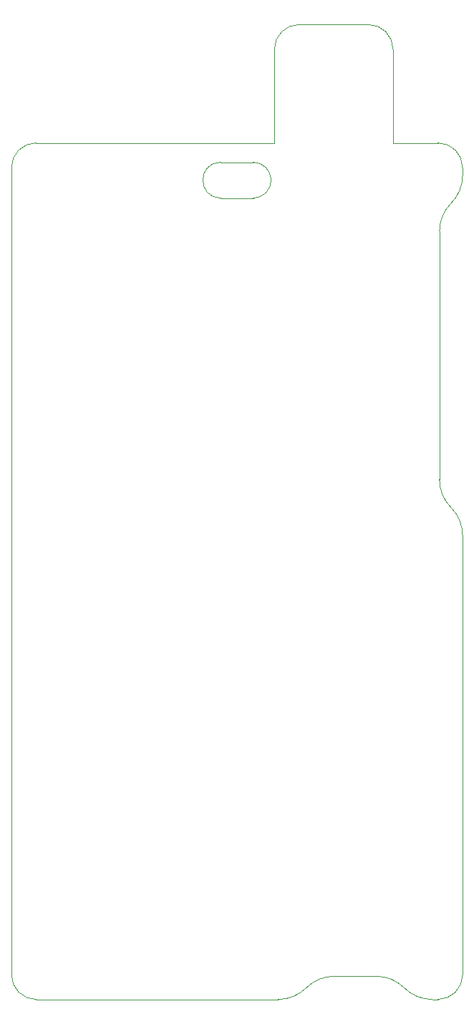
<source format=gbr>
%TF.GenerationSoftware,KiCad,Pcbnew,5.1.12-84ad8e8a86~92~ubuntu18.04.1*%
%TF.CreationDate,2022-01-12T14:22:02-05:00*%
%TF.ProjectId,remote,72656d6f-7465-42e6-9b69-6361645f7063,rev?*%
%TF.SameCoordinates,Original*%
%TF.FileFunction,Profile,NP*%
%FSLAX46Y46*%
G04 Gerber Fmt 4.6, Leading zero omitted, Abs format (unit mm)*
G04 Created by KiCad (PCBNEW 5.1.12-84ad8e8a86~92~ubuntu18.04.1) date 2022-01-12 14:22:02*
%MOMM*%
%LPD*%
G01*
G04 APERTURE LIST*
%TA.AperFunction,Profile*%
%ADD10C,0.050000*%
%TD*%
G04 APERTURE END LIST*
D10*
X125215000Y-62836376D02*
X125215000Y-63773256D01*
X125215000Y-62835000D02*
X125215000Y-62836376D01*
X121613280Y-161195336D02*
X122303624Y-161195336D01*
X110033704Y-158460040D02*
X115011536Y-158460040D01*
X118312408Y-159827688D02*
G75*
G03*
X115011536Y-158460040I-3301795J-3301795D01*
G01*
X118312408Y-159827688D02*
G75*
G03*
X121613280Y-161195336I3301795J3301795D01*
G01*
X106732832Y-159827688D02*
G75*
G02*
X103431960Y-161195336I-3301795J3301795D01*
G01*
X106732832Y-159827688D02*
G75*
G02*
X110033704Y-158460040I3301795J-3301795D01*
G01*
X125215000Y-158283960D02*
X125215000Y-106335880D01*
X123847352Y-103035008D02*
G75*
G02*
X122479704Y-99734136I3301795J3301795D01*
G01*
X123847352Y-103035008D02*
G75*
G02*
X125215000Y-106335880I-3301795J-3301795D01*
G01*
X122479704Y-70375000D02*
X122479704Y-99734136D01*
X123847352Y-67074128D02*
G75*
G03*
X122479704Y-70375000I3301795J-3301795D01*
G01*
X123847352Y-67074128D02*
G75*
G03*
X125215000Y-63773256I-3301795J3301795D01*
G01*
X100449063Y-66451842D02*
X96629840Y-66451842D01*
X100450000Y-62208460D02*
X96629840Y-62208460D01*
X96629840Y-62208460D02*
G75*
G03*
X96629840Y-66451842I0J-2121691D01*
G01*
X100449063Y-66451842D02*
G75*
G03*
X100450000Y-62208460I937J2121691D01*
G01*
X71874464Y-62836376D02*
X71874464Y-88068200D01*
X122303624Y-59925000D02*
X116991016Y-59925000D01*
X122303624Y-59925000D02*
G75*
G02*
X125215000Y-62835000I0J-2911376D01*
G01*
X116991016Y-59925000D02*
X116990480Y-48840976D01*
X74785840Y-161195336D02*
G75*
G02*
X71874464Y-158283960I0J2911376D01*
G01*
X103431960Y-161195336D02*
X74785840Y-161195336D01*
X125215000Y-158283960D02*
G75*
G02*
X122303624Y-161195336I-2911376J0D01*
G01*
X114079104Y-45929600D02*
G75*
G02*
X116990480Y-48840976I0J-2911376D01*
G01*
X102969144Y-48840976D02*
G75*
G02*
X105880520Y-45929600I2911376J0D01*
G01*
X71874464Y-62836376D02*
G75*
G02*
X74785840Y-59925000I2911376J0D01*
G01*
X102969144Y-48840976D02*
X102969680Y-59925000D01*
X105880520Y-45929600D02*
X114079104Y-45929600D01*
X74785840Y-59925000D02*
X102969680Y-59925000D01*
X71874464Y-88068200D02*
X71874464Y-158283960D01*
M02*

</source>
